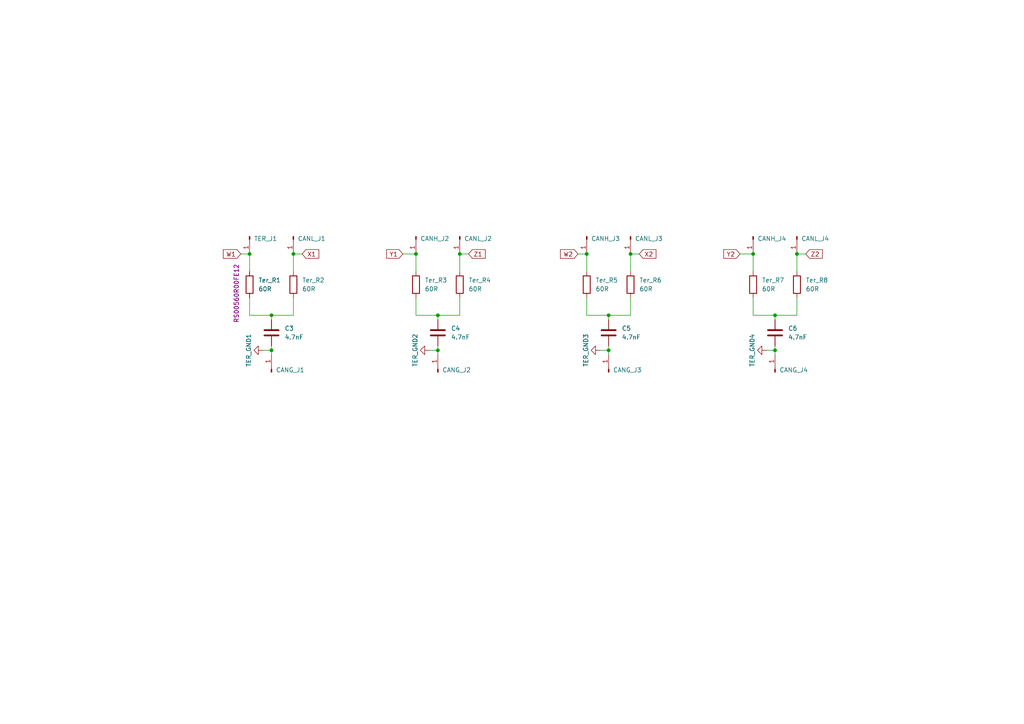
<source format=kicad_sch>
(kicad_sch (version 20231120) (generator "eeschema") (generator_version "8.0")
  (paper "A4")
  (lib_symbols
    (symbol "Connector:Conn_01x01_Pin" (pin_names (offset 1.016) hide)
      (property "Reference" "J" (at 0 2.54 0))
      (property "Value" "Conn_01x01_Pin" (at 0 -2.54 0))
      (symbol "Conn_01x01_Pin_1_1"
        (polyline (pts (xy 1.27 0) (xy 0.8636 0)) (stroke (width 0.1524)))
        (rectangle (start 0.8636 0.127) (end 0 -0.127) (stroke (width 0.1524)) (fill (type outline)))
        (pin passive line (at 5.08 0 180) (length 3.81) (name "Pin_1") (number "1"))
      )
    )
    (symbol "Device:C" (pin_numbers hide) (pin_names (offset 0.254))
      (property "Reference" "C" (at 0.635 2.54 0))
      (property "Value" "C" (at 0.635 -2.54 0))
      (symbol "C_0_1"
        (polyline (pts (xy -2.032 -0.762) (xy 2.032 -0.762)) (stroke (width 0.508)))
        (polyline (pts (xy -2.032 0.762) (xy 2.032 0.762)) (stroke (width 0.508)))
      )
      (symbol "C_1_1"
        (pin passive line (at 0 3.81 270) (length 2.794) (name "~") (number "1"))
        (pin passive line (at 0 -3.81 90) (length 2.794) (name "~") (number "2"))
      )
    )
    (symbol "Device:R" (pin_numbers hide) (pin_names (offset 0))
      (property "Reference" "R" (at 2.032 0 90))
      (property "Value" "R" (at 0 0 90))
      (symbol "R_0_1"
        (rectangle (start -1.016 -2.54) (end 1.016 2.54) (stroke (width 0.254)))
      )
      (symbol "R_1_1"
        (pin passive line (at 0 3.81 270) (length 1.27) (name "~") (number "1"))
        (pin passive line (at 0 -3.81 90) (length 1.27) (name "~") (number "2"))
      )
    )
    (symbol "power:GND" (power) (pin_numbers hide) (pin_names (offset 0) hide)
      (property "Value" "GND" (at 0 -3.81 0))
      (symbol "GND_0_1"
        (polyline (pts (xy 0 0) (xy 0 -1.27) (xy 1.27 -1.27) (xy 0 -2.54) (xy -1.27 -1.27) (xy 0 -1.27)))
      )
      (symbol "GND_1_1"
        (pin power_in line (at 0 0 270) (length 0) (name "~") (number "1"))
      )
    )
  )
  (junction (at 224.79 101.6))
  (junction (at 133.35 73.66))
  (junction (at 127 91.44))
  (junction (at 78.74 101.6))
  (junction (at 176.53 91.44))
  (junction (at 120.65 73.66))
  (junction (at 85.09 73.66))
  (junction (at 176.53 101.6))
  (junction (at 127 101.6))
  (junction (at 182.88 73.66))
  (junction (at 78.74 91.44))
  (junction (at 218.44 73.66))
  (junction (at 224.79 91.44))
  (junction (at 231.14 73.66))
  (junction (at 72.39 73.66))
  (junction (at 170.18 73.66))
  (wire (pts (xy 85.09 73.66) (xy 85.09 78.74)))
  (wire (pts (xy 214.63 73.66) (xy 218.44 73.66)))
  (wire (pts (xy 120.65 73.66) (xy 120.65 78.74)))
  (wire (pts (xy 182.88 73.66) (xy 182.88 78.74)))
  (wire (pts (xy 185.42 73.66) (xy 182.88 73.66)))
  (wire (pts (xy 218.44 86.36) (xy 218.44 91.44)))
  (wire (pts (xy 224.79 91.44) (xy 231.14 91.44)))
  (wire (pts (xy 127 102.87) (xy 127 101.6)))
  (wire (pts (xy 167.64 73.66) (xy 170.18 73.66)))
  (wire (pts (xy 120.65 91.44) (xy 127 91.44)))
  (wire (pts (xy 72.39 91.44) (xy 78.74 91.44)))
  (wire (pts (xy 224.79 102.87) (xy 224.79 101.6)))
  (wire (pts (xy 87.63 73.66) (xy 85.09 73.66)))
  (wire (pts (xy 176.53 92.71) (xy 176.53 91.44)))
  (wire (pts (xy 76.2 101.6) (xy 78.74 101.6)))
  (wire (pts (xy 231.14 73.66) (xy 231.14 78.74)))
  (wire (pts (xy 72.39 86.36) (xy 72.39 91.44)))
  (wire (pts (xy 120.65 86.36) (xy 120.65 91.44)))
  (wire (pts (xy 173.99 101.6) (xy 176.53 101.6)))
  (wire (pts (xy 124.46 101.6) (xy 127 101.6)))
  (wire (pts (xy 78.74 92.71) (xy 78.74 91.44)))
  (wire (pts (xy 170.18 73.66) (xy 170.18 78.74)))
  (wire (pts (xy 133.35 73.66) (xy 133.35 78.74)))
  (wire (pts (xy 218.44 73.66) (xy 218.44 78.74)))
  (wire (pts (xy 176.53 91.44) (xy 182.88 91.44)))
  (wire (pts (xy 127 101.6) (xy 127 100.33)))
  (wire (pts (xy 182.88 91.44) (xy 182.88 86.36)))
  (wire (pts (xy 133.35 91.44) (xy 133.35 86.36)))
  (wire (pts (xy 218.44 91.44) (xy 224.79 91.44)))
  (wire (pts (xy 231.14 91.44) (xy 231.14 86.36)))
  (wire (pts (xy 224.79 101.6) (xy 224.79 100.33)))
  (wire (pts (xy 127 91.44) (xy 133.35 91.44)))
  (wire (pts (xy 85.09 91.44) (xy 85.09 86.36)))
  (wire (pts (xy 72.39 73.66) (xy 72.39 78.74)))
  (wire (pts (xy 233.68 73.66) (xy 231.14 73.66)))
  (wire (pts (xy 176.53 101.6) (xy 176.53 100.33)))
  (wire (pts (xy 170.18 86.36) (xy 170.18 91.44)))
  (wire (pts (xy 127 92.71) (xy 127 91.44)))
  (wire (pts (xy 78.74 101.6) (xy 78.74 102.87)))
  (wire (pts (xy 170.18 91.44) (xy 176.53 91.44)))
  (wire (pts (xy 78.74 91.44) (xy 85.09 91.44)))
  (wire (pts (xy 78.74 101.6) (xy 78.74 100.33)))
  (wire (pts (xy 176.53 102.87) (xy 176.53 101.6)))
  (wire (pts (xy 116.84 73.66) (xy 120.65 73.66)))
  (wire (pts (xy 69.85 73.66) (xy 72.39 73.66)))
  (wire (pts (xy 222.25 101.6) (xy 224.79 101.6)))
  (wire (pts (xy 224.79 92.71) (xy 224.79 91.44)))
  (wire (pts (xy 135.89 73.66) (xy 133.35 73.66)))
  (global_label "Z2" (shape input) (at 233.68 73.66 0) (property "Intersheetrefs" "${INTERSHEET_REFS}" (effects (hide yes))))
  (global_label "X2" (shape input) (at 185.42 73.66 0) (property "Intersheetrefs" "${INTERSHEET_REFS}" (effects (hide yes))))
  (global_label "Y1" (shape input) (at 116.84 73.66 180) (property "Intersheetrefs" "${INTERSHEET_REFS}" (effects (hide yes))))
  (global_label "X1" (shape input) (at 87.63 73.66 0) (property "Intersheetrefs" "${INTERSHEET_REFS}" (effects (hide yes))))
  (global_label "W1" (shape input) (at 69.85 73.66 180) (property "Intersheetrefs" "${INTERSHEET_REFS}" (effects (hide yes))))
  (global_label "Y2" (shape input) (at 214.63 73.66 180) (property "Intersheetrefs" "${INTERSHEET_REFS}" (effects (hide yes))))
  (global_label "W2" (shape input) (at 167.64 73.66 180) (property "Intersheetrefs" "${INTERSHEET_REFS}" (effects (hide yes))))
  (global_label "Z1" (shape input) (at 135.89 73.66 0) (property "Intersheetrefs" "${INTERSHEET_REFS}" (effects (hide yes))))
  (symbol (lib_id "Device:C") (at 127 96.52 0) (unit 1)
    (property "Reference" "C4" (at 130.81 95.2499 0) (effects (justify left)))
    (property "Value" "4.7nF" (at 130.81 97.7899 0) (effects (justify left)))
    (property "Footprint" "Capacitor_SMD:C_0603_1608Metric_Pad1.08x0.95mm_HandSolder" (effects (hide yes)))
    (property "Description" "Unpolarized capacitor" (effects (hide yes)))
  )
  (symbol (lib_id "Device:C") (at 176.53 96.52 0) (unit 1)
    (property "Reference" "C5" (at 180.34 95.2499 0) (effects (justify left)))
    (property "Value" "4.7nF" (at 180.34 97.7899 0) (effects (justify left)))
    (property "Footprint" "Capacitor_SMD:C_0603_1608Metric_Pad1.08x0.95mm_HandSolder" (effects (hide yes)))
    (property "Description" "Unpolarized capacitor" (effects (hide yes)))
  )
  (symbol (lib_id "Device:R") (at 231.14 82.55 0) (unit 1)
    (property "Reference" "Ter_R8" (at 233.68 81.2799 0) (effects (justify left)))
    (property "Value" "60R" (at 233.68 83.8199 0) (effects (justify left)))
    (property "Footprint" "Resistor_THT:R_Axial_DIN0204_L3.6mm_D1.6mm_P7.62mm_Horizontal" (effects (hide yes)))
    (property "Description" "Resistor" (effects (hide yes)))
    (property "Type" "RS00560R00FE12" (effects (hide yes)))
  )
  (symbol (lib_id "Device:R") (at 120.65 82.55 0) (unit 1)
    (property "Reference" "Ter_R3" (at 123.19 81.2799 0) (effects (justify left)))
    (property "Value" "60R" (at 123.19 83.8199 0) (effects (justify left)))
    (property "Footprint" "Resistor_THT:R_Axial_DIN0204_L3.6mm_D1.6mm_P7.62mm_Horizontal" (effects (hide yes)))
    (property "Description" "Resistor" (effects (hide yes)))
    (property "Type" "RS00560R00FE12" (effects (hide yes)))
  )
  (symbol (lib_id "Connector:Conn_01x01_Pin") (at 85.09 68.58 270) (unit 1)
    (property "Reference" "CANL_J1" (at 86.36 69.2149 90) (effects (justify left)))
    (property "Value" "Conn_01x01_Pin" (effects (hide yes)))
    (property "Footprint" "Connector_PinSocket_2.54mm:PinSocket_1x01_P2.54mm_Vertical" (effects (hide yes)))
    (property "Description" "Generic connector, single row, 01x01, script generated" (effects (hide yes)))
  )
  (symbol (lib_id "Device:R") (at 85.09 82.55 0) (unit 1)
    (property "Reference" "Ter_R2" (at 87.63 81.2799 0) (effects (justify left)))
    (property "Value" "60R" (at 87.63 83.8199 0) (effects (justify left)))
    (property "Footprint" "Resistor_THT:R_Axial_DIN0204_L3.6mm_D1.6mm_P7.62mm_Horizontal" (effects (hide yes)))
    (property "Description" "Resistor" (effects (hide yes)))
    (property "Type" "RS00560R00FE12" (effects (hide yes)))
  )
  (symbol (lib_id "Device:R") (at 170.18 82.55 0) (unit 1)
    (property "Reference" "Ter_R5" (at 172.72 81.2799 0) (effects (justify left)))
    (property "Value" "60R" (at 172.72 83.8199 0) (effects (justify left)))
    (property "Footprint" "Resistor_THT:R_Axial_DIN0204_L3.6mm_D1.6mm_P7.62mm_Horizontal" (effects (hide yes)))
    (property "Description" "Resistor" (effects (hide yes)))
    (property "Type" "RS00560R00FE12" (effects (hide yes)))
  )
  (symbol (lib_id "Device:R") (at 72.39 82.55 0) (unit 1)
    (property "Reference" "Ter_R1" (at 74.93 81.2799 0) (effects (justify left)))
    (property "Value" "60R" (at 74.93 83.8199 0) (effects (justify left)))
    (property "Footprint" "Resistor_THT:R_Axial_DIN0204_L3.6mm_D1.6mm_P7.62mm_Horizontal" (effects (hide yes)))
    (property "Description" "Resistor" (effects (hide yes)))
    (property "Type" "RS00560R00FE12" (at 68.58 85.09 90))
  )
  (symbol (lib_id "Connector:Conn_01x01_Pin") (at 218.44 68.58 270) (unit 1)
    (property "Reference" "CANH_J4" (at 219.71 69.2149 90) (effects (justify left)))
    (property "Value" "Conn_01x01_Pin" (effects (hide yes)))
    (property "Footprint" "Connector_PinSocket_2.54mm:PinSocket_1x01_P2.54mm_Vertical" (effects (hide yes)))
    (property "Description" "Generic connector, single row, 01x01, script generated" (effects (hide yes)))
  )
  (symbol (lib_id "Device:R") (at 218.44 82.55 0) (unit 1)
    (property "Reference" "Ter_R7" (at 220.98 81.2799 0) (effects (justify left)))
    (property "Value" "60R" (at 220.98 83.8199 0) (effects (justify left)))
    (property "Footprint" "Resistor_THT:R_Axial_DIN0204_L3.6mm_D1.6mm_P7.62mm_Horizontal" (effects (hide yes)))
    (property "Description" "Resistor" (effects (hide yes)))
    (property "Type" "RS00560R00FE12" (effects (hide yes)))
  )
  (symbol (lib_id "Connector:Conn_01x01_Pin") (at 133.35 68.58 270) (unit 1)
    (property "Reference" "CANL_J2" (at 134.62 69.2149 90) (effects (justify left)))
    (property "Value" "Conn_01x01_Pin" (effects (hide yes)))
    (property "Footprint" "Connector_PinSocket_2.54mm:PinSocket_1x01_P2.54mm_Vertical" (effects (hide yes)))
    (property "Description" "Generic connector, single row, 01x01, script generated" (effects (hide yes)))
  )
  (symbol (lib_id "Connector:Conn_01x01_Pin") (at 72.39 68.58 270) (unit 1)
    (property "Reference" "TER_J1" (at 73.66 69.2149 90) (effects (justify left)))
    (property "Value" "Conn_01x01_Pin" (effects (hide yes)))
    (property "Footprint" "Connector_PinSocket_2.54mm:PinSocket_1x01_P2.54mm_Vertical" (effects (hide yes)))
    (property "Description" "Generic connector, single row, 01x01, script generated" (effects (hide yes)))
    (instances (project "" (path "" (reference "TER_J1") (unit 1))) (project "RTR_submodule" (path "" (reference "CANH_J1") (unit 1))))
  )
  (symbol (lib_id "Connector:Conn_01x01_Pin") (at 231.14 68.58 270) (unit 1)
    (property "Reference" "CANL_J4" (at 232.41 69.2149 90) (effects (justify left)))
    (property "Value" "Conn_01x01_Pin" (effects (hide yes)))
    (property "Footprint" "Connector_PinSocket_2.54mm:PinSocket_1x01_P2.54mm_Vertical" (effects (hide yes)))
    (property "Description" "Generic connector, single row, 01x01, script generated" (effects (hide yes)))
  )
  (symbol (lib_id "power:GND") (at 222.25 101.6 270) (unit 1)
    (property "Reference" "#PWR058" (effects (hide yes)))
    (property "Value" "TER_GND4" (at 218.186 101.6 0))
    (property "Description" "Power symbol creates a global label with name \"GND\" , ground" (effects (hide yes)))
    (instances (project "RTR_PCB" (path "" (reference "#PWR058") (unit 1))) (project "RTR_submodule" (path "" (reference "#PWR0102") (unit 1))))
  )
  (symbol (lib_id "Device:R") (at 182.88 82.55 0) (unit 1)
    (property "Reference" "Ter_R6" (at 185.42 81.2799 0) (effects (justify left)))
    (property "Value" "60R" (at 185.42 83.8199 0) (effects (justify left)))
    (property "Footprint" "Resistor_THT:R_Axial_DIN0204_L3.6mm_D1.6mm_P7.62mm_Horizontal" (effects (hide yes)))
    (property "Description" "Resistor" (effects (hide yes)))
    (property "Type" "RS00560R00FE12" (effects (hide yes)))
  )
  (symbol (lib_id "Device:C") (at 224.79 96.52 0) (unit 1)
    (property "Reference" "C6" (at 228.6 95.2499 0) (effects (justify left)))
    (property "Value" "4.7nF" (at 228.6 97.7899 0) (effects (justify left)))
    (property "Footprint" "Capacitor_SMD:C_0603_1608Metric_Pad1.08x0.95mm_HandSolder" (effects (hide yes)))
    (property "Description" "Unpolarized capacitor" (effects (hide yes)))
  )
  (symbol (lib_id "Device:R") (at 133.35 82.55 0) (unit 1)
    (property "Reference" "Ter_R4" (at 135.89 81.2799 0) (effects (justify left)))
    (property "Value" "60R" (at 135.89 83.8199 0) (effects (justify left)))
    (property "Footprint" "Resistor_THT:R_Axial_DIN0204_L3.6mm_D1.6mm_P7.62mm_Horizontal" (effects (hide yes)))
    (property "Description" "Resistor" (effects (hide yes)))
    (property "Type" "RS00560R00FE12" (effects (hide yes)))
  )
  (symbol (lib_id "Connector:Conn_01x01_Pin") (at 78.74 107.95 90) (unit 1)
    (property "Reference" "CANG_J1" (at 80.01 107.3149 90) (effects (justify right)))
    (property "Value" "Conn_01x01_Pin" (effects (hide yes)))
    (property "Footprint" "Connector_PinSocket_2.54mm:PinSocket_1x01_P2.54mm_Vertical" (effects (hide yes)))
    (property "Description" "Generic connector, single row, 01x01, script generated" (effects (hide yes)))
  )
  (symbol (lib_id "Connector:Conn_01x01_Pin") (at 176.53 107.95 90) (unit 1)
    (property "Reference" "CANG_J3" (at 177.8 107.3149 90) (effects (justify right)))
    (property "Value" "Conn_01x01_Pin" (effects (hide yes)))
    (property "Footprint" "Connector_PinSocket_2.54mm:PinSocket_1x01_P2.54mm_Vertical" (effects (hide yes)))
    (property "Description" "Generic connector, single row, 01x01, script generated" (effects (hide yes)))
  )
  (symbol (lib_id "Connector:Conn_01x01_Pin") (at 170.18 68.58 270) (unit 1)
    (property "Reference" "CANH_J3" (at 171.45 69.2149 90) (effects (justify left)))
    (property "Value" "Conn_01x01_Pin" (effects (hide yes)))
    (property "Footprint" "Connector_PinSocket_2.54mm:PinSocket_1x01_P2.54mm_Vertical" (effects (hide yes)))
    (property "Description" "Generic connector, single row, 01x01, script generated" (effects (hide yes)))
  )
  (symbol (lib_id "Connector:Conn_01x01_Pin") (at 127 107.95 90) (unit 1)
    (property "Reference" "CANG_J2" (at 128.27 107.3149 90) (effects (justify right)))
    (property "Value" "Conn_01x01_Pin" (effects (hide yes)))
    (property "Footprint" "Connector_PinSocket_2.54mm:PinSocket_1x01_P2.54mm_Vertical" (effects (hide yes)))
    (property "Description" "Generic connector, single row, 01x01, script generated" (effects (hide yes)))
  )
  (symbol (lib_id "power:GND") (at 124.46 101.6 270) (unit 1)
    (property "Reference" "#PWR018" (effects (hide yes)))
    (property "Value" "TER_GND2" (at 120.396 101.6 0))
    (property "Description" "Power symbol creates a global label with name \"GND\" , ground" (effects (hide yes)))
    (instances (project "RTR_PCB" (path "" (reference "#PWR018") (unit 1))) (project "RTR_submodule" (path "" (reference "#PWR0104") (unit 1))))
  )
  (symbol (lib_id "Connector:Conn_01x01_Pin") (at 224.79 107.95 90) (unit 1)
    (property "Reference" "CANG_J4" (at 226.06 107.3149 90) (effects (justify right)))
    (property "Value" "Conn_01x01_Pin" (effects (hide yes)))
    (property "Footprint" "Connector_PinSocket_2.54mm:PinSocket_1x01_P2.54mm_Vertical" (effects (hide yes)))
    (property "Description" "Generic connector, single row, 01x01, script generated" (effects (hide yes)))
  )
  (symbol (lib_id "Connector:Conn_01x01_Pin") (at 120.65 68.58 270) (unit 1)
    (property "Reference" "CANH_J2" (at 121.92 69.2149 90) (effects (justify left)))
    (property "Value" "Conn_01x01_Pin" (effects (hide yes)))
    (property "Footprint" "Connector_PinSocket_2.54mm:PinSocket_1x01_P2.54mm_Vertical" (effects (hide yes)))
    (property "Description" "Generic connector, single row, 01x01, script generated" (effects (hide yes)))
  )
  (symbol (lib_id "power:GND") (at 76.2 101.6 270) (unit 1)
    (property "Reference" "#PWR017" (effects (hide yes)))
    (property "Value" "TER_GND1" (at 72.136 101.6 0))
    (property "Description" "Power symbol creates a global label with name \"GND\" , ground" (effects (hide yes)))
    (instances (project "RTR_PCB" (path "" (reference "#PWR017") (unit 1))) (project "RTR_submodule" (path "" (reference "#PWR0101") (unit 1))))
  )
  (symbol (lib_id "power:GND") (at 173.99 101.6 270) (unit 1)
    (property "Reference" "#PWR033" (effects (hide yes)))
    (property "Value" "TER_GND3" (at 169.926 101.6 0))
    (property "Description" "Power symbol creates a global label with name \"GND\" , ground" (effects (hide yes)))
    (instances (project "RTR_PCB" (path "" (reference "#PWR033") (unit 1))) (project "RTR_submodule" (path "" (reference "#PWR0103") (unit 1))))
  )
  (symbol (lib_id "Connector:Conn_01x01_Pin") (at 182.88 68.58 270) (unit 1)
    (property "Reference" "CANL_J3" (at 184.15 69.2149 90) (effects (justify left)))
    (property "Value" "Conn_01x01_Pin" (effects (hide yes)))
    (property "Footprint" "Connector_PinSocket_2.54mm:PinSocket_1x01_P2.54mm_Vertical" (effects (hide yes)))
    (property "Description" "Generic connector, single row, 01x01, script generated" (effects (hide yes)))
  )
  (symbol (lib_id "Device:C") (at 78.74 96.52 0) (unit 1)
    (property "Reference" "C3" (at 82.55 95.2499 0) (effects (justify left)))
    (property "Value" "4.7nF" (at 82.55 97.7899 0) (effects (justify left)))
    (property "Footprint" "Capacitor_SMD:C_0603_1608Metric_Pad1.08x0.95mm_HandSolder" (effects (hide yes)))
    (property "Description" "Unpolarized capacitor" (effects (hide yes)))
  )
)
</source>
